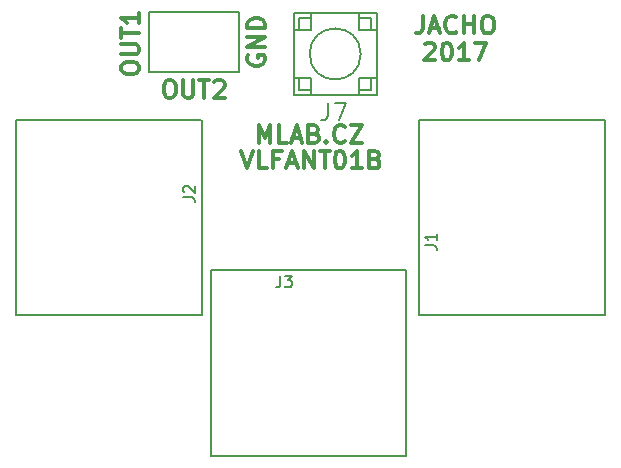
<source format=gbr>
G04 #@! TF.FileFunction,Legend,Top*
%FSLAX46Y46*%
G04 Gerber Fmt 4.6, Leading zero omitted, Abs format (unit mm)*
G04 Created by KiCad (PCBNEW (2016-09-17 revision 679eef1)-makepkg) date 01/31/17 07:18:29*
%MOMM*%
%LPD*%
G01*
G04 APERTURE LIST*
%ADD10C,0.500000*%
%ADD11C,0.300000*%
%ADD12C,0.150000*%
G04 APERTURE END LIST*
D10*
D11*
X35020571Y35222571D02*
X35092000Y35294000D01*
X35234857Y35365428D01*
X35592000Y35365428D01*
X35734857Y35294000D01*
X35806285Y35222571D01*
X35877714Y35079714D01*
X35877714Y34936857D01*
X35806285Y34722571D01*
X34949142Y33865428D01*
X35877714Y33865428D01*
X36806285Y35365428D02*
X36949142Y35365428D01*
X37092000Y35294000D01*
X37163428Y35222571D01*
X37234857Y35079714D01*
X37306285Y34794000D01*
X37306285Y34436857D01*
X37234857Y34151142D01*
X37163428Y34008285D01*
X37092000Y33936857D01*
X36949142Y33865428D01*
X36806285Y33865428D01*
X36663428Y33936857D01*
X36592000Y34008285D01*
X36520571Y34151142D01*
X36449142Y34436857D01*
X36449142Y34794000D01*
X36520571Y35079714D01*
X36592000Y35222571D01*
X36663428Y35294000D01*
X36806285Y35365428D01*
X38734857Y33865428D02*
X37877714Y33865428D01*
X38306285Y33865428D02*
X38306285Y35365428D01*
X38163428Y35151142D01*
X38020571Y35008285D01*
X37877714Y34936857D01*
X39234857Y35365428D02*
X40234857Y35365428D01*
X39592000Y33865428D01*
X34842000Y37651428D02*
X34842000Y36580000D01*
X34770571Y36365714D01*
X34627714Y36222857D01*
X34413428Y36151428D01*
X34270571Y36151428D01*
X35484857Y36580000D02*
X36199142Y36580000D01*
X35342000Y36151428D02*
X35842000Y37651428D01*
X36342000Y36151428D01*
X37699142Y36294285D02*
X37627714Y36222857D01*
X37413428Y36151428D01*
X37270571Y36151428D01*
X37056285Y36222857D01*
X36913428Y36365714D01*
X36842000Y36508571D01*
X36770571Y36794285D01*
X36770571Y37008571D01*
X36842000Y37294285D01*
X36913428Y37437142D01*
X37056285Y37580000D01*
X37270571Y37651428D01*
X37413428Y37651428D01*
X37627714Y37580000D01*
X37699142Y37508571D01*
X38342000Y36151428D02*
X38342000Y37651428D01*
X38342000Y36937142D02*
X39199142Y36937142D01*
X39199142Y36151428D02*
X39199142Y37651428D01*
X40199142Y37651428D02*
X40484857Y37651428D01*
X40627714Y37580000D01*
X40770571Y37437142D01*
X40842000Y37151428D01*
X40842000Y36651428D01*
X40770571Y36365714D01*
X40627714Y36222857D01*
X40484857Y36151428D01*
X40199142Y36151428D01*
X40056285Y36222857D01*
X39913428Y36365714D01*
X39842000Y36651428D01*
X39842000Y37151428D01*
X39913428Y37437142D01*
X40056285Y37580000D01*
X40199142Y37651428D01*
X19471428Y26221428D02*
X19971428Y24721428D01*
X20471428Y26221428D01*
X21685714Y24721428D02*
X20971428Y24721428D01*
X20971428Y26221428D01*
X22685714Y25507142D02*
X22185714Y25507142D01*
X22185714Y24721428D02*
X22185714Y26221428D01*
X22900000Y26221428D01*
X23400000Y25150000D02*
X24114285Y25150000D01*
X23257142Y24721428D02*
X23757142Y26221428D01*
X24257142Y24721428D01*
X24757142Y24721428D02*
X24757142Y26221428D01*
X25614285Y24721428D01*
X25614285Y26221428D01*
X26114285Y26221428D02*
X26971428Y26221428D01*
X26542857Y24721428D02*
X26542857Y26221428D01*
X27757142Y26221428D02*
X27900000Y26221428D01*
X28042857Y26150000D01*
X28114285Y26078571D01*
X28185714Y25935714D01*
X28257142Y25650000D01*
X28257142Y25292857D01*
X28185714Y25007142D01*
X28114285Y24864285D01*
X28042857Y24792857D01*
X27900000Y24721428D01*
X27757142Y24721428D01*
X27614285Y24792857D01*
X27542857Y24864285D01*
X27471428Y25007142D01*
X27400000Y25292857D01*
X27400000Y25650000D01*
X27471428Y25935714D01*
X27542857Y26078571D01*
X27614285Y26150000D01*
X27757142Y26221428D01*
X29685714Y24721428D02*
X28828571Y24721428D01*
X29257142Y24721428D02*
X29257142Y26221428D01*
X29114285Y26007142D01*
X28971428Y25864285D01*
X28828571Y25792857D01*
X30828571Y25507142D02*
X31042857Y25435714D01*
X31114285Y25364285D01*
X31185714Y25221428D01*
X31185714Y25007142D01*
X31114285Y24864285D01*
X31042857Y24792857D01*
X30900000Y24721428D01*
X30328571Y24721428D01*
X30328571Y26221428D01*
X30828571Y26221428D01*
X30971428Y26150000D01*
X31042857Y26078571D01*
X31114285Y25935714D01*
X31114285Y25792857D01*
X31042857Y25650000D01*
X30971428Y25578571D01*
X30828571Y25507142D01*
X30328571Y25507142D01*
X20951571Y26880428D02*
X20951571Y28380428D01*
X21451571Y27309000D01*
X21951571Y28380428D01*
X21951571Y26880428D01*
X23380142Y26880428D02*
X22665857Y26880428D01*
X22665857Y28380428D01*
X23808714Y27309000D02*
X24523000Y27309000D01*
X23665857Y26880428D02*
X24165857Y28380428D01*
X24665857Y26880428D01*
X25665857Y27666142D02*
X25880142Y27594714D01*
X25951571Y27523285D01*
X26023000Y27380428D01*
X26023000Y27166142D01*
X25951571Y27023285D01*
X25880142Y26951857D01*
X25737285Y26880428D01*
X25165857Y26880428D01*
X25165857Y28380428D01*
X25665857Y28380428D01*
X25808714Y28309000D01*
X25880142Y28237571D01*
X25951571Y28094714D01*
X25951571Y27951857D01*
X25880142Y27809000D01*
X25808714Y27737571D01*
X25665857Y27666142D01*
X25165857Y27666142D01*
X26665857Y27023285D02*
X26737285Y26951857D01*
X26665857Y26880428D01*
X26594428Y26951857D01*
X26665857Y27023285D01*
X26665857Y26880428D01*
X28237285Y27023285D02*
X28165857Y26951857D01*
X27951571Y26880428D01*
X27808714Y26880428D01*
X27594428Y26951857D01*
X27451571Y27094714D01*
X27380142Y27237571D01*
X27308714Y27523285D01*
X27308714Y27737571D01*
X27380142Y28023285D01*
X27451571Y28166142D01*
X27594428Y28309000D01*
X27808714Y28380428D01*
X27951571Y28380428D01*
X28165857Y28309000D01*
X28237285Y28237571D01*
X28737285Y28380428D02*
X29737285Y28380428D01*
X28737285Y26880428D01*
X29737285Y26880428D01*
X20078000Y34290142D02*
X20006571Y34147285D01*
X20006571Y33933000D01*
X20078000Y33718714D01*
X20220857Y33575857D01*
X20363714Y33504428D01*
X20649428Y33433000D01*
X20863714Y33433000D01*
X21149428Y33504428D01*
X21292285Y33575857D01*
X21435142Y33718714D01*
X21506571Y33933000D01*
X21506571Y34075857D01*
X21435142Y34290142D01*
X21363714Y34361571D01*
X20863714Y34361571D01*
X20863714Y34075857D01*
X21506571Y35004428D02*
X20006571Y35004428D01*
X21506571Y35861571D01*
X20006571Y35861571D01*
X21506571Y36575857D02*
X20006571Y36575857D01*
X20006571Y36933000D01*
X20078000Y37147285D01*
X20220857Y37290142D01*
X20363714Y37361571D01*
X20649428Y37433000D01*
X20863714Y37433000D01*
X21149428Y37361571D01*
X21292285Y37290142D01*
X21435142Y37147285D01*
X21506571Y36933000D01*
X21506571Y36575857D01*
X13279714Y32190428D02*
X13565428Y32190428D01*
X13708285Y32119000D01*
X13851142Y31976142D01*
X13922571Y31690428D01*
X13922571Y31190428D01*
X13851142Y30904714D01*
X13708285Y30761857D01*
X13565428Y30690428D01*
X13279714Y30690428D01*
X13136857Y30761857D01*
X12994000Y30904714D01*
X12922571Y31190428D01*
X12922571Y31690428D01*
X12994000Y31976142D01*
X13136857Y32119000D01*
X13279714Y32190428D01*
X14565428Y32190428D02*
X14565428Y30976142D01*
X14636857Y30833285D01*
X14708285Y30761857D01*
X14851142Y30690428D01*
X15136857Y30690428D01*
X15279714Y30761857D01*
X15351142Y30833285D01*
X15422571Y30976142D01*
X15422571Y32190428D01*
X15922571Y32190428D02*
X16779714Y32190428D01*
X16351142Y30690428D02*
X16351142Y32190428D01*
X17208285Y32047571D02*
X17279714Y32119000D01*
X17422571Y32190428D01*
X17779714Y32190428D01*
X17922571Y32119000D01*
X17994000Y32047571D01*
X18065428Y31904714D01*
X18065428Y31761857D01*
X17994000Y31547571D01*
X17136857Y30690428D01*
X18065428Y30690428D01*
X9338571Y33091714D02*
X9338571Y33377428D01*
X9410000Y33520285D01*
X9552857Y33663142D01*
X9838571Y33734571D01*
X10338571Y33734571D01*
X10624285Y33663142D01*
X10767142Y33520285D01*
X10838571Y33377428D01*
X10838571Y33091714D01*
X10767142Y32948857D01*
X10624285Y32806000D01*
X10338571Y32734571D01*
X9838571Y32734571D01*
X9552857Y32806000D01*
X9410000Y32948857D01*
X9338571Y33091714D01*
X9338571Y34377428D02*
X10552857Y34377428D01*
X10695714Y34448857D01*
X10767142Y34520285D01*
X10838571Y34663142D01*
X10838571Y34948857D01*
X10767142Y35091714D01*
X10695714Y35163142D01*
X10552857Y35234571D01*
X9338571Y35234571D01*
X9338571Y35734571D02*
X9338571Y36591714D01*
X10838571Y36163142D02*
X9338571Y36163142D01*
X10838571Y37877428D02*
X10838571Y37020285D01*
X10838571Y37448857D02*
X9338571Y37448857D01*
X9552857Y37306000D01*
X9695714Y37163142D01*
X9767142Y37020285D01*
D12*
X29594799Y34417000D02*
G75*
G03X29594799Y34417000I-2162799J0D01*
G01*
X29462000Y31367000D02*
X30482000Y31367000D01*
X30482000Y31367000D02*
X30482000Y32387000D01*
X25402000Y31367000D02*
X24382000Y31367000D01*
X24382000Y31367000D02*
X24382000Y32387000D01*
X25402000Y37467000D02*
X24382000Y37467000D01*
X24382000Y37467000D02*
X24382000Y36447000D01*
X30482000Y37467000D02*
X30482000Y36447000D01*
X30482000Y37467000D02*
X29462000Y37467000D01*
X29462000Y30917000D02*
X29462000Y32387000D01*
X29462000Y32387000D02*
X30932000Y32387000D01*
X25402000Y32387000D02*
X25402000Y30917000D01*
X23932000Y32387000D02*
X25402000Y32387000D01*
X29462000Y37917000D02*
X29462000Y36447000D01*
X29462000Y36447000D02*
X30932000Y36447000D01*
X25402000Y37917000D02*
X25402000Y36447000D01*
X25402000Y36447000D02*
X23932000Y36447000D01*
X23932000Y30917000D02*
X30932000Y30917000D01*
X30932000Y30917000D02*
X30932000Y37917000D01*
X30932000Y37917000D02*
X23932000Y37917000D01*
X23932000Y37917000D02*
X23932000Y30917000D01*
X11684000Y32893000D02*
X11684000Y37973000D01*
X11684000Y37973000D02*
X19304000Y37973000D01*
X19304000Y37973000D02*
X19304000Y32893000D01*
X19304000Y32893000D02*
X11684000Y32893000D01*
X34561000Y12317000D02*
X50291000Y12317000D01*
X50291000Y12317000D02*
X50291000Y28827000D01*
X50291000Y28827000D02*
X34541000Y28827000D01*
X34541000Y28827000D02*
X34541000Y12317000D01*
X16132000Y12321000D02*
X16132000Y28831000D01*
X382000Y12321000D02*
X16132000Y12321000D01*
X382000Y28831000D02*
X382000Y12321000D01*
X16112000Y28831000D02*
X382000Y28831000D01*
X16889000Y16112000D02*
X16889000Y382000D01*
X16889000Y382000D02*
X33399000Y382000D01*
X33399000Y382000D02*
X33399000Y16132000D01*
X33399000Y16132000D02*
X16889000Y16132000D01*
X26805000Y30285428D02*
X26805000Y29214000D01*
X26733571Y28999714D01*
X26590714Y28856857D01*
X26376428Y28785428D01*
X26233571Y28785428D01*
X27376428Y30285428D02*
X28376428Y30285428D01*
X27733571Y28785428D01*
X35012380Y18208666D02*
X35726666Y18208666D01*
X35869523Y18161047D01*
X35964761Y18065809D01*
X36012380Y17922952D01*
X36012380Y17827714D01*
X36012380Y19208666D02*
X36012380Y18637238D01*
X36012380Y18922952D02*
X35012380Y18922952D01*
X35155238Y18827714D01*
X35250476Y18732476D01*
X35298095Y18637238D01*
X14565380Y22272666D02*
X15279666Y22272666D01*
X15422523Y22225047D01*
X15517761Y22129809D01*
X15565380Y21986952D01*
X15565380Y21891714D01*
X14660619Y22701238D02*
X14613000Y22748857D01*
X14565380Y22844095D01*
X14565380Y23082190D01*
X14613000Y23177428D01*
X14660619Y23225047D01*
X14755857Y23272666D01*
X14851095Y23272666D01*
X14993952Y23225047D01*
X15565380Y22653619D01*
X15565380Y23272666D01*
X22780666Y15660619D02*
X22780666Y14946333D01*
X22733047Y14803476D01*
X22637809Y14708238D01*
X22494952Y14660619D01*
X22399714Y14660619D01*
X23161619Y15660619D02*
X23780666Y15660619D01*
X23447333Y15279666D01*
X23590190Y15279666D01*
X23685428Y15232047D01*
X23733047Y15184428D01*
X23780666Y15089190D01*
X23780666Y14851095D01*
X23733047Y14755857D01*
X23685428Y14708238D01*
X23590190Y14660619D01*
X23304476Y14660619D01*
X23209238Y14708238D01*
X23161619Y14755857D01*
M02*

</source>
